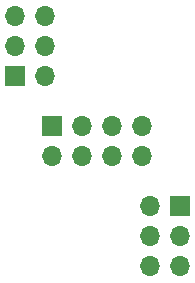
<source format=gts>
%TF.GenerationSoftware,KiCad,Pcbnew,5.1.7-a382d34a8~88~ubuntu18.04.1*%
%TF.CreationDate,2021-10-30T16:32:31+02:00*%
%TF.ProjectId,main_pcb_adapter,6d61696e-5f70-4636-925f-616461707465,rev?*%
%TF.SameCoordinates,PX5f5e100PY6b49d20*%
%TF.FileFunction,Soldermask,Top*%
%TF.FilePolarity,Negative*%
%FSLAX46Y46*%
G04 Gerber Fmt 4.6, Leading zero omitted, Abs format (unit mm)*
G04 Created by KiCad (PCBNEW 5.1.7-a382d34a8~88~ubuntu18.04.1) date 2021-10-30 16:32:31*
%MOMM*%
%LPD*%
G01*
G04 APERTURE LIST*
%ADD10O,1.700000X1.700000*%
%ADD11R,1.700000X1.700000*%
G04 APERTURE END LIST*
D10*
%TO.C,J1*%
X4460000Y-10580000D03*
X7000000Y-10580000D03*
X4460000Y-8040000D03*
X7000000Y-8040000D03*
X4460000Y-5500000D03*
D11*
X7000000Y-5500000D03*
%TD*%
D10*
%TO.C,J2*%
X-4460000Y10580000D03*
X-7000000Y10580000D03*
X-4460000Y8040000D03*
X-7000000Y8040000D03*
X-4460000Y5500000D03*
D11*
X-7000000Y5500000D03*
%TD*%
D10*
%TO.C,J3*%
X3810000Y-1270000D03*
X3810000Y1270000D03*
X1270000Y-1270000D03*
X1270000Y1270000D03*
X-1270000Y-1270000D03*
X-1270000Y1270000D03*
X-3810000Y-1270000D03*
D11*
X-3810000Y1270000D03*
%TD*%
M02*

</source>
